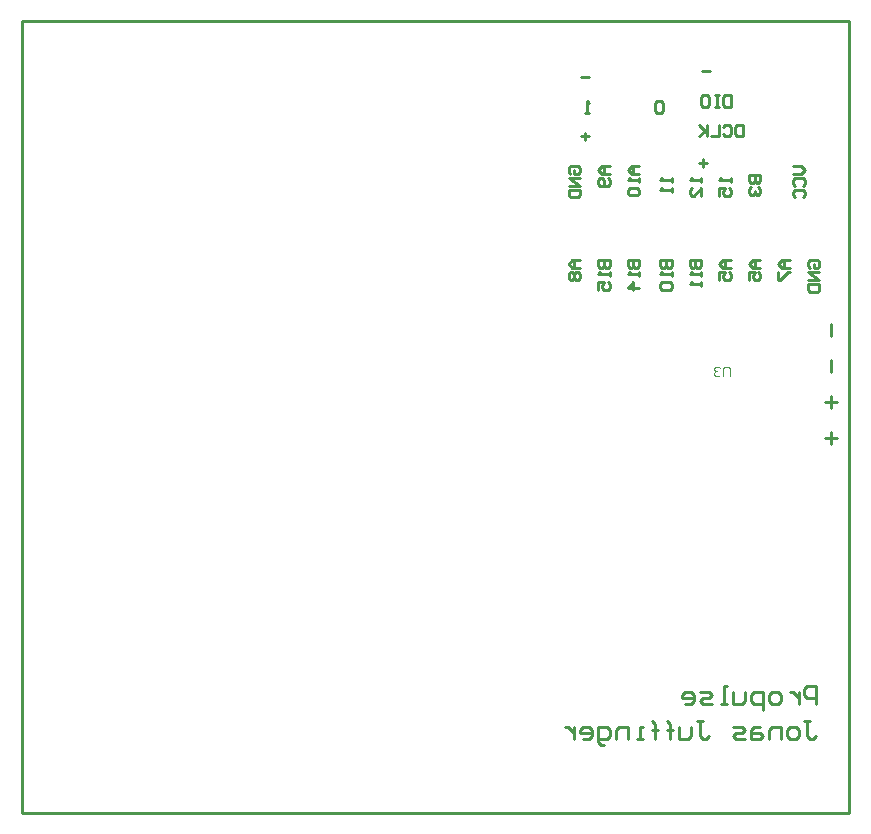
<source format=gbo>
G04*
G04 #@! TF.GenerationSoftware,Altium Limited,Altium Designer,19.1.8 (144)*
G04*
G04 Layer_Color=32896*
%FSLAX25Y25*%
%MOIN*%
G70*
G01*
G75*
%ADD13C,0.01000*%
%ADD14C,0.00394*%
D13*
X263764Y36250D02*
Y42248D01*
X260765D01*
X259765Y41248D01*
Y39249D01*
X260765Y38249D01*
X263764D01*
X257766Y40249D02*
Y36250D01*
Y38249D01*
X256766Y39249D01*
X255766Y40249D01*
X254767D01*
X250768Y36250D02*
X248769D01*
X247769Y37250D01*
Y39249D01*
X248769Y40249D01*
X250768D01*
X251768Y39249D01*
Y37250D01*
X250768Y36250D01*
X245770Y34251D02*
Y40249D01*
X242771D01*
X241771Y39249D01*
Y37250D01*
X242771Y36250D01*
X245770D01*
X239772Y40249D02*
Y37250D01*
X238772Y36250D01*
X235773D01*
Y40249D01*
X233773Y36250D02*
X231774D01*
X232774D01*
Y42248D01*
X233773D01*
X228775Y36250D02*
X225776D01*
X224776Y37250D01*
X225776Y38249D01*
X227775D01*
X228775Y39249D01*
X227775Y40249D01*
X224776D01*
X219778Y36250D02*
X221777D01*
X222777Y37250D01*
Y39249D01*
X221777Y40249D01*
X219778D01*
X218778Y39249D01*
Y38249D01*
X222777D01*
X259765Y30651D02*
X261764D01*
X260765D01*
Y25653D01*
X261764Y24653D01*
X262764D01*
X263764Y25653D01*
X256766Y24653D02*
X254767D01*
X253767Y25653D01*
Y27652D01*
X254767Y28652D01*
X256766D01*
X257766Y27652D01*
Y25653D01*
X256766Y24653D01*
X251768D02*
Y28652D01*
X248769D01*
X247769Y27652D01*
Y24653D01*
X244770Y28652D02*
X242771D01*
X241771Y27652D01*
Y24653D01*
X244770D01*
X245770Y25653D01*
X244770Y26652D01*
X241771D01*
X239772Y24653D02*
X236772D01*
X235773Y25653D01*
X236772Y26652D01*
X238772D01*
X239772Y27652D01*
X238772Y28652D01*
X235773D01*
X223777Y30651D02*
X225776D01*
X224776D01*
Y25653D01*
X225776Y24653D01*
X226776D01*
X227775Y25653D01*
X221777Y28652D02*
Y25653D01*
X220778Y24653D01*
X217779D01*
Y28652D01*
X214780Y24653D02*
Y29651D01*
Y27652D01*
X215779D01*
X213780D01*
X214780D01*
Y29651D01*
X213780Y30651D01*
X209781Y24653D02*
Y29651D01*
Y27652D01*
X210781D01*
X208782D01*
X209781D01*
Y29651D01*
X208782Y30651D01*
X205783Y24653D02*
X203783D01*
X204783D01*
Y28652D01*
X205783D01*
X200784Y24653D02*
Y28652D01*
X197785D01*
X196785Y27652D01*
Y24653D01*
X192787Y22654D02*
X191787D01*
X190787Y23653D01*
Y28652D01*
X193786D01*
X194786Y27652D01*
Y25653D01*
X193786Y24653D01*
X190787D01*
X185789D02*
X187788D01*
X188788Y25653D01*
Y27652D01*
X187788Y28652D01*
X185789D01*
X184789Y27652D01*
Y26652D01*
X188788D01*
X182790Y28652D02*
Y24653D01*
Y26652D01*
X181790Y27652D01*
X180791Y28652D01*
X179791D01*
X268654Y123031D02*
Y127030D01*
X266655Y125031D02*
X270654D01*
X268654Y135028D02*
Y139026D01*
X266655Y137027D02*
X270654D01*
X268654Y147024D02*
Y151023D01*
Y159020D02*
Y163019D01*
X212598Y236547D02*
X211943Y237204D01*
X210630D01*
X209975Y236547D01*
Y233924D01*
X210630Y233268D01*
X211943D01*
X212598Y233924D01*
Y236547D01*
X187992Y233268D02*
X186680D01*
X187336D01*
Y237204D01*
X187992Y236547D01*
Y225393D02*
X185368D01*
X186680Y226705D02*
Y224081D01*
X187992Y245078D02*
X185368D01*
X239173Y229329D02*
Y225394D01*
X237205D01*
X236549Y226050D01*
Y228674D01*
X237205Y229329D01*
X239173D01*
X232614Y228674D02*
X233270Y229329D01*
X234581D01*
X235238Y228674D01*
Y226050D01*
X234581Y225394D01*
X233270D01*
X232614Y226050D01*
X231302Y229329D02*
Y225394D01*
X228678D01*
X227366Y229329D02*
Y225394D01*
Y226706D01*
X224742Y229329D01*
X226710Y227362D01*
X224742Y225394D01*
X227362Y216535D02*
X224738D01*
X226050Y217847D02*
Y215223D01*
X228346Y247047D02*
X225723D01*
X235236Y239172D02*
Y235236D01*
X233268D01*
X232612Y235892D01*
Y238516D01*
X233268Y239172D01*
X235236D01*
X231300D02*
X229989D01*
X230644D01*
Y235236D01*
X231300D01*
X229989D01*
X226053Y239172D02*
X227365D01*
X228021Y238516D01*
Y235892D01*
X227365Y235236D01*
X226053D01*
X225397Y235892D01*
Y238516D01*
X226053Y239172D01*
X255907Y215551D02*
X258531D01*
X259842Y214239D01*
X258531Y212927D01*
X255907D01*
X256563Y208992D02*
X255907Y209648D01*
Y210960D01*
X256563Y211615D01*
X259187D01*
X259842Y210960D01*
Y209648D01*
X259187Y208992D01*
X256563Y205056D02*
X255907Y205712D01*
Y207024D01*
X256563Y207680D01*
X259187D01*
X259842Y207024D01*
Y205712D01*
X259187Y205056D01*
X241143Y212598D02*
X245079D01*
Y210631D01*
X244423Y209975D01*
X243767D01*
X243111Y210631D01*
Y212598D01*
Y210631D01*
X242455Y209975D01*
X241799D01*
X241143Y210631D01*
Y212598D01*
X241799Y208663D02*
X241143Y208007D01*
Y206695D01*
X241799Y206039D01*
X242455D01*
X243111Y206695D01*
Y207351D01*
Y206695D01*
X243767Y206039D01*
X244423D01*
X245079Y206695D01*
Y208007D01*
X244423Y208663D01*
X235236Y211614D02*
Y210302D01*
Y210958D01*
X231300D01*
X231956Y211614D01*
X231300Y205711D02*
Y208334D01*
X233268D01*
X232612Y207023D01*
Y206366D01*
X233268Y205711D01*
X234580D01*
X235236Y206366D01*
Y207678D01*
X234580Y208334D01*
X225394Y211614D02*
Y210302D01*
Y210958D01*
X221458D01*
X222114Y211614D01*
X225394Y205711D02*
Y208334D01*
X222770Y205711D01*
X222114D01*
X221458Y206366D01*
Y207678D01*
X222114Y208334D01*
X215551Y211614D02*
Y210302D01*
Y210958D01*
X211615D01*
X212271Y211614D01*
X215551Y208334D02*
Y207023D01*
Y207678D01*
X211615D01*
X212271Y208334D01*
X204724Y215551D02*
X202101D01*
X200789Y214239D01*
X202101Y212927D01*
X204724D01*
X202757D01*
Y215551D01*
X204724Y211615D02*
Y210303D01*
Y210960D01*
X200789D01*
X201445Y211615D01*
Y208336D02*
X200789Y207680D01*
Y206368D01*
X201445Y205712D01*
X204068D01*
X204724Y206368D01*
Y207680D01*
X204068Y208336D01*
X201445D01*
X194882Y215551D02*
X192258D01*
X190946Y214239D01*
X192258Y212927D01*
X194882D01*
X192914D01*
Y215551D01*
X194226Y211615D02*
X194882Y210960D01*
Y209648D01*
X194226Y208992D01*
X191602D01*
X190946Y209648D01*
Y210960D01*
X191602Y211615D01*
X192258D01*
X192914Y210960D01*
Y208992D01*
X181760Y212927D02*
X181104Y213583D01*
Y214895D01*
X181760Y215551D01*
X184383D01*
X185039Y214895D01*
Y213583D01*
X184383Y212927D01*
X183071D01*
Y214239D01*
X185039Y211615D02*
X181104D01*
X185039Y208992D01*
X181104D01*
Y207680D02*
X185039D01*
Y205712D01*
X184383Y205056D01*
X181760D01*
X181104Y205712D01*
Y207680D01*
X261484Y181431D02*
X260828Y182087D01*
Y183399D01*
X261484Y184055D01*
X264108D01*
X264764Y183399D01*
Y182087D01*
X264108Y181431D01*
X262796D01*
Y182743D01*
X264764Y180119D02*
X260828D01*
X264764Y177496D01*
X260828D01*
Y176184D02*
X264764D01*
Y174216D01*
X264108Y173560D01*
X261484D01*
X260828Y174216D01*
Y176184D01*
X254921Y184055D02*
X252297D01*
X250986Y182743D01*
X252297Y181431D01*
X254921D01*
X252953D01*
Y184055D01*
X250986Y180119D02*
Y177496D01*
X251642D01*
X254265Y180119D01*
X254921D01*
X245079Y184055D02*
X242455D01*
X241143Y182743D01*
X242455Y181431D01*
X245079D01*
X243111D01*
Y184055D01*
X241143Y177496D02*
Y180119D01*
X243111D01*
X242455Y178807D01*
Y178152D01*
X243111Y177496D01*
X244423D01*
X245079Y178152D01*
Y179463D01*
X244423Y180119D01*
X235236Y184055D02*
X232612D01*
X231300Y182743D01*
X232612Y181431D01*
X235236D01*
X233268D01*
Y184055D01*
X231300Y177496D02*
Y180119D01*
X233268D01*
X232612Y178807D01*
Y178152D01*
X233268Y177496D01*
X234580D01*
X235236Y178152D01*
Y179463D01*
X234580Y180119D01*
X221458Y184055D02*
X225394D01*
Y182087D01*
X224738Y181431D01*
X224082D01*
X223426Y182087D01*
Y184055D01*
Y182087D01*
X222770Y181431D01*
X222114D01*
X221458Y182087D01*
Y184055D01*
X225394Y180119D02*
Y178807D01*
Y179463D01*
X221458D01*
X222114Y180119D01*
X225394Y176840D02*
Y175528D01*
Y176184D01*
X221458D01*
X222114Y176840D01*
X211615Y184055D02*
X215551D01*
Y182087D01*
X214895Y181431D01*
X214239D01*
X213583Y182087D01*
Y184055D01*
Y182087D01*
X212927Y181431D01*
X212271D01*
X211615Y182087D01*
Y184055D01*
X215551Y180119D02*
Y178807D01*
Y179463D01*
X211615D01*
X212271Y180119D01*
Y176840D02*
X211615Y176184D01*
Y174872D01*
X212271Y174216D01*
X214895D01*
X215551Y174872D01*
Y176184D01*
X214895Y176840D01*
X212271D01*
X200789Y184055D02*
X204724D01*
Y182087D01*
X204068Y181431D01*
X203413D01*
X202757Y182087D01*
Y184055D01*
Y182087D01*
X202101Y181431D01*
X201445D01*
X200789Y182087D01*
Y184055D01*
X204724Y180119D02*
Y178807D01*
Y179463D01*
X200789D01*
X201445Y180119D01*
X204724Y174872D02*
X200789D01*
X202757Y176840D01*
Y174216D01*
X190946Y184055D02*
X194882D01*
Y182087D01*
X194226Y181431D01*
X193570D01*
X192914Y182087D01*
Y184055D01*
Y182087D01*
X192258Y181431D01*
X191602D01*
X190946Y182087D01*
Y184055D01*
X194882Y180119D02*
Y178807D01*
Y179463D01*
X190946D01*
X191602Y180119D01*
X190946Y174216D02*
Y176840D01*
X192914D01*
X192258Y175528D01*
Y174872D01*
X192914Y174216D01*
X194226D01*
X194882Y174872D01*
Y176184D01*
X194226Y176840D01*
X185039Y184055D02*
X182416D01*
X181104Y182743D01*
X182416Y181431D01*
X185039D01*
X183071D01*
Y184055D01*
X181760Y180119D02*
X181104Y179463D01*
Y178152D01*
X181760Y177496D01*
X182416D01*
X183071Y178152D01*
X183728Y177496D01*
X184383D01*
X185039Y178152D01*
Y179463D01*
X184383Y180119D01*
X183728D01*
X183071Y179463D01*
X182416Y180119D01*
X181760D01*
X183071Y179463D02*
Y178152D01*
X-984Y0D02*
X0D01*
X-984Y263779D02*
X-984Y0D01*
X-984Y263779D02*
X274606D01*
Y0D02*
Y263779D01*
X0Y0D02*
X274606D01*
D14*
X234846Y145489D02*
Y148113D01*
X234322Y148638D01*
X233272D01*
X232747Y148113D01*
Y145489D01*
X231698Y146014D02*
X231173Y145489D01*
X230124D01*
X229599Y146014D01*
Y146539D01*
X230124Y147064D01*
X230648D01*
X230124D01*
X229599Y147588D01*
Y148113D01*
X230124Y148638D01*
X231173D01*
X231698Y148113D01*
M02*

</source>
